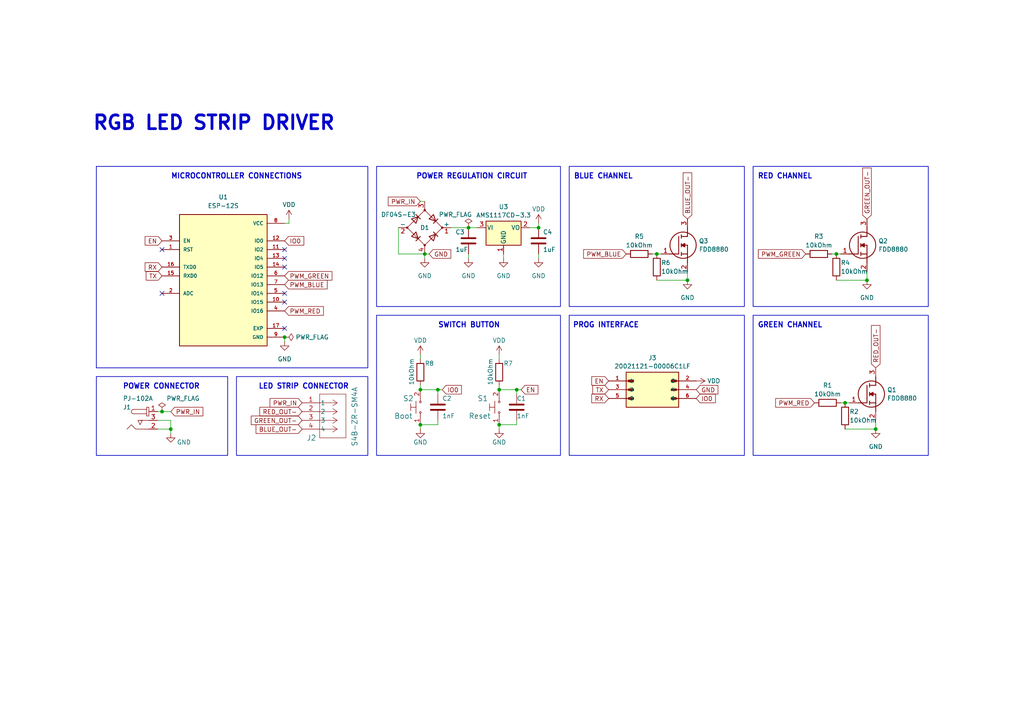
<source format=kicad_sch>
(kicad_sch (version 20230121) (generator eeschema)
  (paper "A4")
  (title_block (title "RGB LED STRIP DRIVER") (date "19/03/2024") (rev "v02") (company "Schematic") (comment 1 "Author: Juan Antonio Hidalgo Torres"))
  (lib_symbols
    (symbol "20021121-00006C1LF:20021121-00006C1LF" (pin_names (offset 1.016))
      (property "Reference" "J" (at -7.62 6.35 0))
      (property "Value" "20021121-00006C1LF" (at -7.62 -7.62 0))
      (symbol "20021121-00006C1LF_0_0"
        (rectangle (start -7.62 -5.08) (end 7.62 5.08) (stroke (width 0.254)) (fill (type background)))
        (rectangle (start -6.985 -2.8575) (end -5.3975 -2.2225) (stroke (width 0.1)) (fill (type outline)))
        (rectangle (start -6.985 -0.3175) (end -5.3975 0.3175) (stroke (width 0.1)) (fill (type outline)))
        (rectangle (start -6.985 2.2225) (end -5.3975 2.8575) (stroke (width 0.1)) (fill (type outline)))
        (polyline (pts (xy -7.62 -2.54) (xy -5.715 -2.54)) (stroke (width 0.254)))
        (polyline (pts (xy -7.62 0) (xy -5.715 0)) (stroke (width 0.254)))
        (polyline (pts (xy -7.62 2.54) (xy -5.715 2.54)) (stroke (width 0.254)))
        (polyline (pts (xy 7.62 -2.54) (xy 5.715 -2.54)) (stroke (width 0.254)))
        (polyline (pts (xy 7.62 0) (xy 5.715 0)) (stroke (width 0.254)))
        (polyline (pts (xy 7.62 2.54) (xy 5.715 2.54)) (stroke (width 0.254)))
        (rectangle (start 5.3975 -2.8575) (end 6.985 -2.2225) (stroke (width 0.1)) (fill (type outline)))
        (rectangle (start 5.3975 -0.3175) (end 6.985 0.3175) (stroke (width 0.1)) (fill (type outline)))
        (rectangle (start 5.3975 2.2225) (end 6.985 2.8575) (stroke (width 0.1)) (fill (type outline)))
        (pin passive line (at -12.7 2.54 0) (length 5.08) (name "1") (number "1"))
        (pin passive line (at 12.7 2.54 180) (length 5.08) (name "2") (number "2"))
        (pin passive line (at -12.7 0 0) (length 5.08) (name "3") (number "3"))
        (pin passive line (at 12.7 0 180) (length 5.08) (name "4") (number "4"))
        (pin passive line (at -12.7 -2.54 0) (length 5.08) (name "5") (number "5"))
        (pin passive line (at 12.7 -2.54 180) (length 5.08) (name "6") (number "6"))
      )
    )
    (symbol "Device:C" (pin_numbers hide) (pin_names (offset 0.254))
      (property "Reference" "C" (at 0.635 2.54 0))
      (property "Value" "C" (at 0.635 -2.54 0))
      (symbol "C_0_1"
        (polyline (pts (xy -2.032 -0.762) (xy 2.032 -0.762)) (stroke (width 0.508)))
        (polyline (pts (xy -2.032 0.762) (xy 2.032 0.762)) (stroke (width 0.508)))
      )
      (symbol "C_1_1"
        (pin passive line (at 0 3.81 270) (length 2.794) (name "~") (number "1"))
        (pin passive line (at 0 -3.81 90) (length 2.794) (name "~") (number "2"))
      )
    )
    (symbol "Device:D_Bridge_+-AA" (pin_names (offset 0))
      (property "Reference" "D" (at 2.54 6.985 0))
      (property "Value" "D_Bridge_+-AA" (at 2.54 5.08 0))
      (symbol "D_Bridge_+-AA_0_1"
        (circle (center -5.08 0) (radius 0.254) (fill (type outline)))
        (circle (center 0 -5.08) (radius 0.254) (fill (type outline)))
        (polyline (pts (xy -2.54 3.81) (xy -1.27 2.54)) (stroke (width 0.254)))
        (polyline (pts (xy -1.27 -2.54) (xy -2.54 -3.81)) (stroke (width 0.254)))
        (polyline (pts (xy 2.54 -1.27) (xy 3.81 -2.54)) (stroke (width 0.254)))
        (polyline (pts (xy 2.54 1.27) (xy 3.81 2.54)) (stroke (width 0.254)))
        (polyline (pts (xy -3.81 2.54) (xy -2.54 1.27) (xy -1.905 3.175) (xy -3.81 2.54)) (stroke (width 0.254)))
        (polyline (pts (xy -2.54 -1.27) (xy -3.81 -2.54) (xy -1.905 -3.175) (xy -2.54 -1.27)) (stroke (width 0.254)))
        (polyline (pts (xy 1.27 2.54) (xy 2.54 3.81) (xy 3.175 1.905) (xy 1.27 2.54)) (stroke (width 0.254)))
        (polyline (pts (xy 3.175 -1.905) (xy 1.27 -2.54) (xy 2.54 -3.81) (xy 3.175 -1.905)) (stroke (width 0.254)))
        (polyline (pts (xy -5.08 0) (xy 0 -5.08) (xy 5.08 0) (xy 0 5.08) (xy -5.08 0)))
        (circle (center 0 5.08) (radius 0.254) (fill (type outline)))
        (circle (center 5.08 0) (radius 0.254) (fill (type outline)))
      )
      (symbol "D_Bridge_+-AA_1_1"
        (pin passive line (at 7.62 0 180) (length 2.54) (name "+") (number "1"))
        (pin passive line (at -7.62 0 0) (length 2.54) (name "-") (number "2"))
        (pin passive line (at 0 7.62 270) (length 2.54) (name "~") (number "3"))
        (pin passive line (at 0 -7.62 90) (length 2.54) (name "~") (number "4"))
      )
    )
    (symbol "Device:R" (pin_numbers hide) (pin_names (offset 0))
      (property "Reference" "R" (at 2.032 0 90))
      (property "Value" "R" (at 0 0 90))
      (symbol "R_0_1"
        (rectangle (start -1.016 -2.54) (end 1.016 2.54) (stroke (width 0.254)))
      )
      (symbol "R_1_1"
        (pin passive line (at 0 3.81 270) (length 1.27) (name "~") (number "1"))
        (pin passive line (at 0 -3.81 90) (length 1.27) (name "~") (number "2"))
      )
    )
    (symbol "ESP-12S:ESP-12S" (pin_names (offset 1.016))
      (property "Reference" "U" (at -12.7 18.288 0))
      (property "Value" "ESP-12S" (at -12.7 -20.828 0))
      (symbol "ESP-12S_0_0"
        (rectangle (start -12.7 -20.32) (end 12.7 17.78) (stroke (width 0.254)) (fill (type background)))
        (pin input line (at -17.78 7.62 0) (length 5.08) (name "RST") (number "1"))
        (pin bidirectional line (at 17.78 -7.62 180) (length 5.08) (name "IO15") (number "10"))
        (pin bidirectional line (at 17.78 7.62 180) (length 5.08) (name "IO2") (number "11"))
        (pin bidirectional line (at 17.78 10.16 180) (length 5.08) (name "IO0") (number "12"))
        (pin bidirectional line (at 17.78 5.08 180) (length 5.08) (name "IO4") (number "13"))
        (pin bidirectional line (at 17.78 2.54 180) (length 5.08) (name "IO5") (number "14"))
        (pin bidirectional line (at -17.78 0 0) (length 5.08) (name "RXD0") (number "15"))
        (pin bidirectional line (at -17.78 2.54 0) (length 5.08) (name "TXD0") (number "16"))
        (pin power_in line (at 17.78 -15.24 180) (length 5.08) (name "EXP") (number "17"))
        (pin bidirectional line (at -17.78 -5.08 0) (length 5.08) (name "ADC") (number "2"))
        (pin input line (at -17.78 10.16 0) (length 5.08) (name "EN") (number "3"))
        (pin bidirectional line (at 17.78 -10.16 180) (length 5.08) (name "IO16") (number "4"))
        (pin bidirectional line (at 17.78 -5.08 180) (length 5.08) (name "IO14") (number "5"))
        (pin bidirectional line (at 17.78 0 180) (length 5.08) (name "IO12") (number "6"))
        (pin bidirectional line (at 17.78 -2.54 180) (length 5.08) (name "IO13") (number "7"))
        (pin power_in line (at 17.78 15.24 180) (length 5.08) (name "VCC") (number "8"))
        (pin power_in line (at 17.78 -17.78 180) (length 5.08) (name "GND") (number "9"))
      )
    )
    (symbol "FDD8880:FDD8880" (pin_names hide)
      (property "Reference" "Q" (at 11.43 3.81 0))
      (property "Value" "FDD8880" (at 11.43 1.27 0))
      (symbol "FDD8880_1_1"
        (polyline (pts (xy 2.54 0) (xy 5.08 0)) (stroke (width 0.254)))
        (polyline (pts (xy 5.08 5.08) (xy 5.08 0)) (stroke (width 0.254)))
        (polyline (pts (xy 5.842 -0.508) (xy 5.842 0.508)) (stroke (width 0.254)))
        (polyline (pts (xy 5.842 0) (xy 7.62 0)) (stroke (width 0.254)))
        (polyline (pts (xy 5.842 2.032) (xy 5.842 3.048)) (stroke (width 0.254)))
        (polyline (pts (xy 5.842 5.588) (xy 5.842 4.572)) (stroke (width 0.254)))
        (polyline (pts (xy 7.62 2.54) (xy 5.842 2.54)) (stroke (width 0.254)))
        (polyline (pts (xy 7.62 2.54) (xy 7.62 -2.54)) (stroke (width 0.254)))
        (polyline (pts (xy 7.62 5.08) (xy 5.842 5.08)) (stroke (width 0.254)))
        (polyline (pts (xy 7.62 5.08) (xy 7.62 7.62)) (stroke (width 0.254)))
        (polyline (pts (xy 5.842 2.54) (xy 6.858 3.048) (xy 6.858 2.032) (xy 5.842 2.54)) (stroke (width 0.254)) (fill (type outline)))
        (circle (center 6.35 2.54) (radius 3.81) (stroke (width 0.254)))
        (pin passive line (at 0 0 0) (length 2.54) (name "G") (number "1"))
        (pin passive line (at 7.62 -5.08 90) (length 2.54) (name "S") (number "2"))
        (pin passive line (at 7.62 10.16 270) (length 2.54) (name "D") (number "3"))
      )
    )
    (symbol "Regulator_Linear:AMS1117CD-3.3" (pin_names (offset 0.254))
      (property "Reference" "U" (at -3.81 3.175 0))
      (property "Value" "AMS1117CD-3.3" (at 0 3.175 0))
      (symbol "AMS1117CD-3.3_0_1"
        (rectangle (start -5.08 -5.08) (end 5.08 1.905) (stroke (width 0.254)) (fill (type background)))
      )
      (symbol "AMS1117CD-3.3_1_1"
        (pin power_in line (at 0 -7.62 90) (length 2.54) (name "GND") (number "1"))
        (pin power_out line (at 7.62 0 180) (length 2.54) (name "VO") (number "2"))
        (pin power_in line (at -7.62 0 0) (length 2.54) (name "VI") (number "3"))
      )
    )
    (symbol "S4B-ZR-SM4A-TF-LF:S4B-ZR-SM4A-TFLFSN" (pin_names (offset 0.254))
      (property "Reference" "J" (at 8.89 6.35 0))
      (property "Value" "S4B-ZR-SM4A-TFLFSN" (at 0 0 0))
      (symbol "S4B-ZR-SM4A-TFLFSN_1_1"
        (polyline (pts (xy 5.08 -10.16) (xy 12.7 -10.16)) (stroke (width 0.127)))
        (polyline (pts (xy 5.08 2.54) (xy 5.08 -10.16)) (stroke (width 0.127)))
        (polyline (pts (xy 10.16 -7.62) (xy 5.08 -7.62)) (stroke (width 0.127)))
        (polyline (pts (xy 10.16 -7.62) (xy 8.89 -8.4667)) (stroke (width 0.127)))
        (polyline (pts (xy 10.16 -7.62) (xy 8.89 -6.7733)) (stroke (width 0.127)))
        (polyline (pts (xy 10.16 -5.08) (xy 5.08 -5.08)) (stroke (width 0.127)))
        (polyline (pts (xy 10.16 -5.08) (xy 8.89 -5.9267)) (stroke (width 0.127)))
        (polyline (pts (xy 10.16 -5.08) (xy 8.89 -4.2333)) (stroke (width 0.127)))
        (polyline (pts (xy 10.16 -2.54) (xy 5.08 -2.54)) (stroke (width 0.127)))
        (polyline (pts (xy 10.16 -2.54) (xy 8.89 -3.3867)) (stroke (width 0.127)))
        (polyline (pts (xy 10.16 -2.54) (xy 8.89 -1.6933)) (stroke (width 0.127)))
        (polyline (pts (xy 10.16 0) (xy 5.08 0)) (stroke (width 0.127)))
        (polyline (pts (xy 10.16 0) (xy 8.89 -0.8467)) (stroke (width 0.127)))
        (polyline (pts (xy 10.16 0) (xy 8.89 0.8467)) (stroke (width 0.127)))
        (polyline (pts (xy 12.7 -10.16) (xy 12.7 2.54)) (stroke (width 0.127)))
        (polyline (pts (xy 12.7 2.54) (xy 5.08 2.54)) (stroke (width 0.127)))
        (pin unspecified line (at 0 0 0) (length 5.08) (name "1") (number "1"))
        (pin unspecified line (at 0 -2.54 0) (length 5.08) (name "2") (number "2"))
        (pin unspecified line (at 0 -5.08 0) (length 5.08) (name "3") (number "3"))
        (pin unspecified line (at 0 -7.62 0) (length 5.08) (name "4") (number "4"))
      )
      (symbol "S4B-ZR-SM4A-TFLFSN_1_2"
        (polyline (pts (xy 5.08 -10.16) (xy 12.7 -10.16)) (stroke (width 0.127)))
        (polyline (pts (xy 5.08 2.54) (xy 5.08 -10.16)) (stroke (width 0.127)))
        (polyline (pts (xy 7.62 -7.62) (xy 5.08 -7.62)) (stroke (width 0.127)))
        (polyline (pts (xy 7.62 -7.62) (xy 8.89 -8.4667)) (stroke (width 0.127)))
        (polyline (pts (xy 7.62 -7.62) (xy 8.89 -6.7733)) (stroke (width 0.127)))
        (polyline (pts (xy 7.62 -5.08) (xy 5.08 -5.08)) (stroke (width 0.127)))
        (polyline (pts (xy 7.62 -5.08) (xy 8.89 -5.9267)) (stroke (width 0.127)))
        (polyline (pts (xy 7.62 -5.08) (xy 8.89 -4.2333)) (stroke (width 0.127)))
        (polyline (pts (xy 7.62 -2.54) (xy 5.08 -2.54)) (stroke (width 0.127)))
        (polyline (pts (xy 7.62 -2.54) (xy 8.89 -3.3867)) (stroke (width 0.127)))
        (polyline (pts (xy 7.62 -2.54) (xy 8.89 -1.6933)) (stroke (width 0.127)))
        (polyline (pts (xy 7.62 0) (xy 5.08 0)) (stroke (width 0.127)))
        (polyline (pts (xy 7.62 0) (xy 8.89 -0.8467)) (stroke (width 0.127)))
        (polyline (pts (xy 7.62 0) (xy 8.89 0.8467)) (stroke (width 0.127)))
        (polyline (pts (xy 12.7 -10.16) (xy 12.7 2.54)) (stroke (width 0.127)))
        (polyline (pts (xy 12.7 2.54) (xy 5.08 2.54)) (stroke (width 0.127)))
        (pin unspecified line (at 0 0 0) (length 5.08) (name "1") (number "1"))
        (pin unspecified line (at 0 -2.54 0) (length 5.08) (name "2") (number "2"))
        (pin unspecified line (at 0 -5.08 0) (length 5.08) (name "3") (number "3"))
        (pin unspecified line (at 0 -7.62 0) (length 5.08) (name "4") (number "4"))
      )
    )
    (symbol "dk_Barrel-Power-Connectors:PJ-102A" (pin_names (offset 1.016))
      (property "Reference" "J" (at 0 2.54 0))
      (property "Value" "PJ-102A" (at 0 -6.35 0))
      (symbol "PJ-102A_0_1"
        (arc (start -4.445 0.635) (mid -5.0773 0) (end -4.445 -0.635))
        (rectangle (start -0.635 1.27) (end 0 -1.27))
        (polyline (pts (xy -0.635 -0.635) (xy -4.445 -0.635)))
        (polyline (pts (xy -0.635 0.635) (xy -4.445 0.635)))
        (polyline (pts (xy 0 -2.54) (xy -1.27 -2.54) (xy -2.54 -2.54)))
        (polyline (pts (xy 0 -5.08) (xy -3.81 -5.08) (xy -5.08 -3.81) (xy -6.35 -5.08)))
        (polyline (pts (xy -2.54 -2.54) (xy -3.175 -2.54) (xy -2.54 -3.81) (xy -1.905 -2.54) (xy -2.54 -2.54)))
      )
      (symbol "PJ-102A_1_1"
        (pin passive line (at 2.54 0 180) (length 2.54) (name "~") (number "1"))
        (pin passive line (at 2.54 -5.08 180) (length 2.54) (name "~") (number "2"))
        (pin passive line (at 2.54 -2.54 180) (length 2.54) (name "~") (number "3"))
      )
    )
    (symbol "dk_Tactile-Switches:B3U-1000P" (pin_names (offset 1.016))
      (property "Reference" "S" (at 0 4.064 0))
      (property "Value" "B3U-1000P" (at 0 -2.54 0))
      (symbol "B3U-1000P_0_1"
        (circle (center -1.524 0) (radius 0.254))
        (polyline (pts (xy -2.54 0) (xy -1.778 0)))
        (polyline (pts (xy -1.778 1.27) (xy 1.778 1.27)))
        (polyline (pts (xy -1.016 2.794) (xy 1.016 2.794)))
        (polyline (pts (xy 0 1.27) (xy 0 2.794)))
        (polyline (pts (xy 2.54 0) (xy 1.778 0)))
        (circle (center 1.524 0) (radius 0.254))
      )
      (symbol "B3U-1000P_1_1"
        (pin passive line (at -5.08 0 0) (length 2.54) (name "~") (number "1"))
        (pin passive line (at 5.08 0 180) (length 2.54) (name "~") (number "2"))
      )
    )
    (symbol "power:GND" (power) (pin_names (offset 0))
      (property "Value" "GND" (at 0 -3.81 0))
      (symbol "GND_0_1"
        (polyline (pts (xy 0 0) (xy 0 -1.27) (xy 1.27 -1.27) (xy 0 -2.54) (xy -1.27 -1.27) (xy 0 -1.27)))
      )
      (symbol "GND_1_1"
        (pin power_in line (at 0 0 270) (length 0) hide (name "GND") (number "1"))
      )
    )
    (symbol "power:PWR_FLAG" (power) (pin_numbers hide) (pin_names (offset 0) hide)
      (property "Value" "PWR_FLAG" (at 0 3.81 0))
      (symbol "PWR_FLAG_0_0"
        (pin power_out line (at 0 0 90) (length 0) (name "pwr") (number "1"))
      )
      (symbol "PWR_FLAG_0_1"
        (polyline (pts (xy 0 0) (xy 0 1.27) (xy -1.016 1.905) (xy 0 2.54) (xy 1.016 1.905) (xy 0 1.27)))
      )
    )
    (symbol "power:VDD" (power) (pin_names (offset 0))
      (property "Value" "VDD" (at 0 3.81 0))
      (symbol "VDD_0_1"
        (polyline (pts (xy -0.762 1.27) (xy 0 2.54)))
        (polyline (pts (xy 0 0) (xy 0 2.54)))
        (polyline (pts (xy 0 2.54) (xy 0.762 1.27)))
      )
      (symbol "VDD_1_1"
        (pin power_in line (at 0 0 90) (length 0) hide (name "VDD") (number "1"))
      )
    )
  )
  (junction (at 199.39 81.28))
  (junction (at 242.57 73.66))
  (junction (at 82.55 97.79))
  (junction (at 135.89 66.04))
  (junction (at 127 113.03))
  (junction (at 190.5 73.66))
  (junction (at 144.78 113.03))
  (junction (at 245.11 116.84))
  (junction (at 123.19 73.66))
  (junction (at 46.99 119.38))
  (junction (at 121.92 123.19))
  (junction (at 254 124.46))
  (junction (at 149.86 113.03))
  (junction (at 251.46 81.28))
  (junction (at 156.21 66.04))
  (junction (at 144.78 123.19))
  (junction (at 121.92 113.03))
  (junction (at 49.53 124.46))
  (no_connect (at 82.55 85.09))
  (no_connect (at 82.55 87.63))
  (no_connect (at 82.55 74.93))
  (no_connect (at 82.55 77.47))
  (no_connect (at 82.55 72.39))
  (no_connect (at 46.99 72.39))
  (no_connect (at 82.55 95.25))
  (no_connect (at 46.99 85.09))
  (wire (pts (xy 46.99 119.38) (xy 49.53 119.38)))
  (wire (pts (xy 115.57 73.66) (xy 123.19 73.66)))
  (wire (pts (xy 243.84 116.84) (xy 245.11 116.84)))
  (wire (pts (xy 115.57 66.04) (xy 115.57 73.66)))
  (wire (pts (xy 123.19 73.66) (xy 123.19 74.93)))
  (wire (pts (xy 190.5 73.66) (xy 191.77 73.66)))
  (wire (pts (xy 254 124.46) (xy 254 121.92)))
  (wire (pts (xy 153.67 66.04) (xy 156.21 66.04)))
  (wire (pts (xy 49.53 121.92) (xy 49.53 124.46)))
  (wire (pts (xy 149.86 121.92) (xy 149.86 123.19)))
  (wire (pts (xy 245.11 116.84) (xy 246.38 116.84)))
  (wire (pts (xy 128.27 113.03) (xy 127 113.03)))
  (wire (pts (xy 45.72 121.92) (xy 49.53 121.92)))
  (wire (pts (xy 82.55 97.79) (xy 82.55 99.06)))
  (wire (pts (xy 123.19 73.66) (xy 124.46 73.66)))
  (wire (pts (xy 190.5 81.28) (xy 199.39 81.28)))
  (wire (pts (xy 121.92 111.76) (xy 121.92 113.03)))
  (wire (pts (xy 242.57 73.66) (xy 243.84 73.66)))
  (wire (pts (xy 127 113.03) (xy 127 114.3)))
  (wire (pts (xy 83.82 63.5) (xy 83.82 64.77)))
  (wire (pts (xy 127 123.19) (xy 121.92 123.19)))
  (wire (pts (xy 241.3 73.66) (xy 242.57 73.66)))
  (wire (pts (xy 144.78 111.76) (xy 144.78 113.03)))
  (wire (pts (xy 130.81 66.04) (xy 135.89 66.04)))
  (wire (pts (xy 149.86 113.03) (xy 151.13 113.03)))
  (wire (pts (xy 251.46 81.28) (xy 251.46 78.74)))
  (wire (pts (xy 242.57 81.28) (xy 251.46 81.28)))
  (wire (pts (xy 144.78 102.87) (xy 144.78 104.14)))
  (wire (pts (xy 156.21 64.77) (xy 156.21 66.04)))
  (wire (pts (xy 82.55 64.77) (xy 83.82 64.77)))
  (wire (pts (xy 121.92 113.03) (xy 127 113.03)))
  (wire (pts (xy 121.92 102.87) (xy 121.92 104.14)))
  (wire (pts (xy 45.72 124.46) (xy 49.53 124.46)))
  (wire (pts (xy 199.39 81.28) (xy 199.39 78.74)))
  (wire (pts (xy 149.86 113.03) (xy 149.86 114.3)))
  (wire (pts (xy 156.21 73.66) (xy 156.21 74.93)))
  (wire (pts (xy 127 121.92) (xy 127 123.19)))
  (wire (pts (xy 149.86 123.19) (xy 144.78 123.19)))
  (wire (pts (xy 49.53 124.46) (xy 49.53 125.73)))
  (wire (pts (xy 121.92 58.42) (xy 123.19 58.42)))
  (wire (pts (xy 189.23 73.66) (xy 190.5 73.66)))
  (wire (pts (xy 245.11 124.46) (xy 254 124.46)))
  (wire (pts (xy 135.89 73.66) (xy 135.89 74.93)))
  (wire (pts (xy 144.78 124.46) (xy 144.78 123.19)))
  (wire (pts (xy 144.78 113.03) (xy 149.86 113.03)))
  (wire (pts (xy 146.05 73.66) (xy 146.05 74.93)))
  (wire (pts (xy 121.92 124.46) (xy 121.92 123.19)))
  (wire (pts (xy 45.72 119.38) (xy 46.99 119.38)))
  (wire (pts (xy 135.89 66.04) (xy 138.43 66.04)))
  (rectangle (start 68.58 109.22) (end 106.68 132.08) (stroke (width 0.2)))
  (rectangle (start 109.22 48.26) (end 162.56 88.9) (stroke (width 0.2)))
  (rectangle (start 27.94 48.26) (end 106.68 106.68) (stroke (width 0.2)))
  (rectangle (start 218.44 91.44) (end 269.24 132.08) (stroke (width 0.2)))
  (rectangle (start 109.22 91.44) (end 162.56 132.08) (stroke (width 0.2)))
  (rectangle (start 165.1 91.44) (end 215.9 132.08) (stroke (width 0.2)))
  (rectangle (start 165.1 48.26) (end 215.9 88.9) (stroke (width 0.2)))
  (rectangle (start 27.94 109.22) (end 66.04 132.08) (stroke (width 0.2)))
  (rectangle (start 218.44 48.26) (end 269.24 88.9) (stroke (width 0.2)))
  (text "LED STRIP CONNECTOR" (at 74.93 113.03 0) (effects (font (size 1.5 1.5) (thickness 0.3) bold) (justify left bottom)))
  (text "GREEN CHANNEL" (at 219.71 95.25 0) (effects (font (size 1.5 1.5) (thickness 0.3) bold) (justify left bottom)))
  (text "RGB LED STRIP DRIVER" (at 26.67 38.1 0) (effects (font (size 4 4) (thickness 0.8) bold) (justify left bottom)))
  (text "RED CHANNEL" (at 219.71 52.07 0) (effects (font (size 1.5 1.5) (thickness 0.3) bold) (justify left bottom)))
  (text "PROG INTERFACE" (at 185.42 95.25 0) (effects (font (size 1.5 1.5) (thickness 0.3) bold) (justify right bottom)))
  (text "MICROCONTROLLER CONNECTIONS" (at 49.53 52.07 0) (effects (font (size 1.5 1.5) bold) (justify left bottom)))
  (text "SWITCH BUTTON" (at 127 95.25 0) (effects (font (size 1.5 1.5) (thickness 0.3) bold) (justify left bottom)))
  (text "POWER CONNECTOR" (at 35.56 113.03 0) (effects (font (size 1.5 1.5) (thickness 0.3) bold) (justify left bottom)))
  (text "BLUE CHANNEL" (at 166.37 52.07 0) (effects (font (size 1.5 1.5) (thickness 0.3) bold) (justify left bottom)))
  (text "POWER REGULATION CIRCUIT" (at 120.65 52.07 0) (effects (font (size 1.5 1.5) (thickness 0.3) bold) (justify left bottom)))
  (global_label "BLUE_OUT-" (shape input) (at 199.39 63.5 90) (property "Intersheetrefs" "${INTERSHEET_REFS}" (effects hide)))
  (global_label "PWR_IN" (shape input) (at 121.92 58.42 180) (property "Intersheetrefs" "${INTERSHEET_REFS}" (effects hide)))
  (global_label "BLUE_OUT-" (shape input) (at 87.63 124.46 180) (property "Intersheetrefs" "${INTERSHEET_REFS}" (effects hide)))
  (global_label "GND" (shape input) (at 201.93 113.03 0) (property "Intersheetrefs" "${INTERSHEET_REFS}" (effects hide)))
  (global_label "PWM_GREEN" (shape input) (at 233.68 73.66 180) (property "Intersheetrefs" "${INTERSHEET_REFS}" (effects hide)))
  (global_label "PWM_RED" (shape input) (at 82.55 90.17 0) (property "Intersheetrefs" "${INTERSHEET_REFS}" (effects hide)))
  (global_label "PWR_IN" (shape input) (at 49.53 119.38 0) (property "Intersheetrefs" "${INTERSHEET_REFS}" (effects hide)))
  (global_label "PWM_BLUE" (shape input) (at 181.61 73.66 180) (property "Intersheetrefs" "${INTERSHEET_REFS}" (effects hide)))
  (global_label "GND" (shape input) (at 124.46 73.66 0) (property "Intersheetrefs" "${INTERSHEET_REFS}" (effects hide)))
  (global_label "EN" (shape input) (at 46.99 69.85 180) (property "Intersheetrefs" "${INTERSHEET_REFS}" (effects hide)))
  (global_label "PWM_RED" (shape input) (at 236.22 116.84 180) (property "Intersheetrefs" "${INTERSHEET_REFS}" (effects hide)))
  (global_label "IO0" (shape input) (at 201.93 115.57 0) (property "Intersheetrefs" "${INTERSHEET_REFS}" (effects hide)))
  (global_label "GREEN_OUT-" (shape input) (at 251.46 63.5 90) (property "Intersheetrefs" "${INTERSHEET_REFS}" (effects hide)))
  (global_label "TX" (shape input) (at 176.53 113.03 180) (property "Intersheetrefs" "${INTERSHEET_REFS}" (effects hide)))
  (global_label "IO0" (shape input) (at 82.55 69.85 0) (property "Intersheetrefs" "${INTERSHEET_REFS}" (effects hide)))
  (global_label "PWM_GREEN" (shape input) (at 82.55 80.01 0) (property "Intersheetrefs" "${INTERSHEET_REFS}" (effects hide)))
  (global_label "RX" (shape input) (at 46.99 77.47 180) (property "Intersheetrefs" "${INTERSHEET_REFS}" (effects hide)))
  (global_label "EN" (shape input) (at 151.13 113.03 0) (property "Intersheetrefs" "${INTERSHEET_REFS}" (effects hide)))
  (global_label "GREEN_OUT-" (shape input) (at 87.63 121.92 180) (property "Intersheetrefs" "${INTERSHEET_REFS}" (effects hide)))
  (global_label "RED_OUT-" (shape input) (at 254 106.68 90) (property "Intersheetrefs" "${INTERSHEET_REFS}" (effects hide)))
  (global_label "RX" (shape input) (at 176.53 115.57 180) (property "Intersheetrefs" "${INTERSHEET_REFS}" (effects hide)))
  (global_label "PWR_IN" (shape input) (at 87.63 116.84 180) (property "Intersheetrefs" "${INTERSHEET_REFS}" (effects hide)))
  (global_label "EN" (shape input) (at 176.53 110.49 180) (property "Intersheetrefs" "${INTERSHEET_REFS}" (effects hide)))
  (global_label "PWM_BLUE" (shape input) (at 82.55 82.55 0) (property "Intersheetrefs" "${INTERSHEET_REFS}" (effects hide)))
  (global_label "RED_OUT-" (shape input) (at 87.63 119.38 180) (property "Intersheetrefs" "${INTERSHEET_REFS}" (effects hide)))
  (global_label "IO0" (shape input) (at 128.27 113.03 0) (property "Intersheetrefs" "${INTERSHEET_REFS}" (effects hide)))
  (global_label "TX" (shape input) (at 46.99 80.01 180) (property "Intersheetrefs" "${INTERSHEET_REFS}" (effects hide)))
  (symbol (lib_id "Device:C") (at 135.89 69.85 0) (unit 1)
    (property "Reference" "C3" (at 132.08 67.31 0) (effects (justify left)))
    (property "Value" "1uF" (at 132.08 72.39 0) (effects (justify left)))
    (property "Footprint" "Capacitor_SMD:C_0603_1608Metric" (effects hide))
  )
  (symbol (lib_id "power:GND") (at 156.21 74.93 0) (unit 1)
    (property "Reference" "#PWR011" (effects hide))
    (property "Value" "GND" (at 156.21 80.01 0))
  )
  (symbol (lib_id "Device:C") (at 156.21 69.85 0) (unit 1)
    (property "Reference" "C4" (at 157.48 67.31 0) (effects (justify left)))
    (property "Value" "1uF" (at 157.48 72.39 0) (effects (justify left)))
    (property "Footprint" "Capacitor_SMD:C_0603_1608Metric" (effects hide))
  )
  (symbol (lib_id "Device:C") (at 149.86 118.11 0) (unit 1)
    (property "Reference" "C1" (at 149.86 115.57 0) (effects (justify left)))
    (property "Value" "1nF" (at 149.86 120.65 0) (effects (justify left)))
    (property "Footprint" "Capacitor_SMD:C_0603_1608Metric" (effects hide))
  )
  (symbol (lib_id "power:GND") (at 49.53 125.73 0) (unit 1)
    (property "Reference" "#PWR07" (effects hide))
    (property "Value" "GND" (at 53.34 128.27 0))
  )
  (symbol (lib_id "power:GND") (at 135.89 74.93 0) (unit 1)
    (property "Reference" "#PWR08" (effects hide))
    (property "Value" "GND" (at 135.89 80.01 0))
  )
  (symbol (lib_id "power:VDD") (at 201.93 110.49 270) (unit 1)
    (property "Reference" "#PWR012" (effects hide))
    (property "Value" "VDD" (at 205.105 110.49 90) (effects (justify left)))
  )
  (symbol (lib_id "power:GND") (at 199.39 81.28 0) (unit 1)
    (property "Reference" "#PWR013" (effects hide))
    (property "Value" "GND" (at 199.39 86.36 0))
  )
  (symbol (lib_id "dk_Tactile-Switches:B3U-1000P") (at 121.92 118.11 90) (unit 1)
    (property "Reference" "S2" (at 116.84 115.57 90) (effects (font (size 1.524 1.524)) (justify right)))
    (property "Value" "Boot" (at 114.3 120.65 90) (effects (font (size 1.524 1.524)) (justify right)))
    (property "Footprint" "Button_Switch_SMD:SW_SPST_B3U-1000P" (effects hide))
    (property "Datasheet" "https://omronfs.omron.com/en_US/ecb/products/pdf/en-b3u.pdf" (effects hide))
    (property "Digi-Key_PN" "SW1020CT-ND" (effects hide))
    (property "MPN" "B3U-1000P" (effects hide))
    (property "Category" "Switches" (effects hide))
    (property "Family" "Tactile Switches" (effects hide))
    (property "DK_Datasheet_Link" "https://omronfs.omron.com/en_US/ecb/products/pdf/en-b3u.pdf" (effects hide))
    (property "DK_Detail_Page" "/product-detail/en/omron-electronics-inc-emc-div/B3U-1000P/SW1020CT-ND/1534357" (effects hide))
    (property "Description" "SWITCH TACTILE SPST-NO 0.05A 12V" (effects hide))
    (property "Manufacturer" "Omron Electronics Inc-EMC Div" (effects hide))
    (property "Status" "Active" (effects hide))
  )
  (symbol (lib_id "power:VDD") (at 83.82 63.5 0) (unit 1)
    (property "Reference" "#PWR05" (effects hide))
    (property "Value" "VDD" (at 83.82 59.3669 0))
  )
  (symbol (lib_id "Device:R") (at 237.49 73.66 90) (unit 1)
    (property "Reference" "R3" (at 237.49 68.58 90))
    (property "Value" "10kOhm" (at 237.49 71.12 90))
    (property "Footprint" "Resistor_SMD:R_0603_1608Metric" (effects hide))
  )
  (symbol (lib_id "power:PWR_FLAG") (at 46.99 119.38 0) (unit 1)
    (property "Reference" "#FLG02" (effects hide))
    (property "Value" "PWR_FLAG" (at 48.26 115.57 0) (effects (justify left)))
  )
  (symbol (lib_id "FDD8880:FDD8880") (at 191.77 73.66 0) (unit 1)
    (property "Reference" "Q3" (at 202.692 69.9079 0) (effects (justify left)))
    (property "Value" "FDD8880" (at 202.692 72.3321 0) (effects (justify left)))
    (property "Footprint" "01_Footprints:FDD8880" (effects hide))
    (property "Datasheet" "https://www.arrow.com/en/products/fdd8880/on-semiconductor" (effects hide))
    (property "Mouser Part Number" "512-FDD8880" (effects hide))
    (property "Mouser Price/Stock" "https://www.mouser.co.uk/ProductDetail/onsemi-Fairchild/FDD8880?qs=ZmFDjOad9iYpxpnLzl1zRw%3D%3D" (effects hide))
    (property "Manufacturer_Name" "onsemi" (effects hide))
    (property "Manufacturer_Part_Number" "FDD8880" (effects hide))
  )
  (symbol (lib_id "power:GND") (at 144.78 124.46 0) (unit 1)
    (property "Reference" "#PWR02" (effects hide))
    (property "Value" "GND" (at 144.78 128.27 0))
  )
  (symbol (lib_id "dk_Tactile-Switches:B3U-1000P") (at 144.78 118.11 90) (unit 1)
    (property "Reference" "S1" (at 138.43 115.57 90) (effects (font (size 1.524 1.524)) (justify right)))
    (property "Value" "Reset" (at 135.89 120.65 90) (effects (font (size 1.524 1.524)) (justify right)))
    (property "Footprint" "Button_Switch_SMD:SW_SPST_B3U-1000P" (effects hide))
    (property "Datasheet" "https://omronfs.omron.com/en_US/ecb/products/pdf/en-b3u.pdf" (effects hide))
    (property "Digi-Key_PN" "SW1020CT-ND" (effects hide))
    (property "MPN" "B3U-1000P" (effects hide))
    (property "Category" "Switches" (effects hide))
    (property "Family" "Tactile Switches" (effects hide))
    (property "DK_Datasheet_Link" "https://omronfs.omron.com/en_US/ecb/products/pdf/en-b3u.pdf" (effects hide))
    (property "DK_Detail_Page" "/product-detail/en/omron-electronics-inc-emc-div/B3U-1000P/SW1020CT-ND/1534357" (effects hide))
    (property "Description" "SWITCH TACTILE SPST-NO 0.05A 12V" (effects hide))
    (property "Manufacturer" "Omron Electronics Inc-EMC Div" (effects hide))
    (property "Status" "Active" (effects hide))
  )
  (symbol (lib_id "Device:R") (at 144.78 107.95 0) (unit 1)
    (property "Reference" "R7" (at 146.05 105.41 0) (effects (justify left)))
    (property "Value" "10kOhm" (at 142.24 111.76 90) (effects (justify left)))
    (property "Footprint" "Resistor_SMD:R_0603_1608Metric" (effects hide))
  )
  (symbol (lib_id "FDD8880:FDD8880") (at 243.84 73.66 0) (unit 1)
    (property "Reference" "Q2" (at 254.762 69.9079 0) (effects (justify left)))
    (property "Value" "FDD8880" (at 254.762 72.3321 0) (effects (justify left)))
    (property "Footprint" "01_Footprints:FDD8880" (effects hide))
    (property "Datasheet" "https://www.arrow.com/en/products/fdd8880/on-semiconductor" (effects hide))
    (property "Mouser Part Number" "512-FDD8880" (effects hide))
    (property "Mouser Price/Stock" "https://www.mouser.co.uk/ProductDetail/onsemi-Fairchild/FDD8880?qs=ZmFDjOad9iYpxpnLzl1zRw%3D%3D" (effects hide))
    (property "Manufacturer_Name" "onsemi" (effects hide))
    (property "Manufacturer_Part_Number" "FDD8880" (effects hide))
  )
  (symbol (lib_id "S4B-ZR-SM4A-TF-LF:S4B-ZR-SM4A-TFLFSN") (at 87.63 116.84 0) (unit 1)
    (property "Reference" "J2" (at 88.9 127 0) (effects (font (size 1.524 1.524)) (justify left)))
    (property "Value" "S4B-ZR-SM4A" (at 102.87 129.54 90) (effects (font (size 1.524 1.524)) (justify left)))
    (property "Footprint" "01_Footprints:S4B-ZR-SM4A-TF-LF" (effects hide))
    (property "Datasheet" "S4B-ZR-SM4A-TFLFSN" (effects hide))
  )
  (symbol (lib_id "dk_Barrel-Power-Connectors:PJ-102A") (at 43.18 119.38 0) (unit 1)
    (property "Reference" "J1" (at 36.83 118.11 0))
    (property "Value" "PJ-102A" (at 40.005 115.57 0))
    (property "Footprint" "01_Footprints:PJ-102AH" (effects hide))
    (property "Datasheet" "https://www.cui.com/product/resource/digikeypdf/pj-102a.pdf" (effects hide))
    (property "Digi-Key_PN" "CP-102A-ND" (effects hide))
    (property "MPN" "PJ-102A" (effects hide))
    (property "Category" "Connectors, Interconnects" (effects hide))
    (property "Family" "Barrel - Power Connectors" (effects hide))
    (property "DK_Datasheet_Link" "https://www.cui.com/product/resource/digikeypdf/pj-102a.pdf" (effects hide))
    (property "DK_Detail_Page" "/product-detail/en/cui-inc/PJ-102A/CP-102A-ND/275425" (effects hide))
    (property "Description" "CONN PWR JACK 2X5.5MM SOLDER" (effects hide))
    (property "Manufacturer" "CUI Inc." (effects hide))
    (property "Status" "Active" (effects hide))
  )
  (symbol (lib_id "FDD8880:FDD8880") (at 246.38 116.84 0) (unit 1)
    (property "Reference" "Q1" (at 257.302 113.0879 0) (effects (justify left)))
    (property "Value" "FDD8880" (at 257.302 115.5121 0) (effects (justify left)))
    (property "Footprint" "01_Footprints:FDD8880" (effects hide))
    (property "Datasheet" "https://www.arrow.com/en/products/fdd8880/on-semiconductor" (effects hide))
    (property "Mouser Part Number" "512-FDD8880" (effects hide))
    (property "Mouser Price/Stock" "https://www.mouser.co.uk/ProductDetail/onsemi-Fairchild/FDD8880?qs=ZmFDjOad9iYpxpnLzl1zRw%3D%3D" (effects hide))
    (property "Manufacturer_Name" "onsemi" (effects hide))
    (property "Manufacturer_Part_Number" "FDD8880" (effects hide))
  )
  (symbol (lib_id "Device:R") (at 121.92 107.95 0) (unit 1)
    (property "Reference" "R8" (at 123.19 105.41 0) (effects (justify left)))
    (property "Value" "10kOhm" (at 119.38 111.76 90) (effects (justify left)))
    (property "Footprint" "Resistor_SMD:R_0603_1608Metric" (effects hide))
  )
  (symbol (lib_id "power:PWR_FLAG") (at 82.55 97.79 270) (unit 1)
    (property "Reference" "#FLG01" (effects hide))
    (property "Value" "PWR_FLAG" (at 85.725 97.79 90) (effects (justify left)))
  )
  (symbol (lib_id "Regulator_Linear:AMS1117CD-3.3") (at 146.05 66.04 0) (unit 1)
    (property "Reference" "U3" (at 146.05 59.9907 0))
    (property "Value" "AMS1117CD-3.3" (at 146.05 62.4149 0))
    (property "Footprint" "Package_TO_SOT_SMD:TO-252-2" (effects hide))
    (property "Datasheet" "http://www.advanced-monolithic.com/pdf/ds1117.pdf" (effects hide))
  )
  (symbol (lib_id "power:VDD") (at 121.92 102.87 0) (unit 1)
    (property "Reference" "#PWR014" (effects hide))
    (property "Value" "VDD" (at 121.92 98.7369 0))
  )
  (symbol (lib_id "ESP-12S:ESP-12S") (at 64.77 80.01 0) (unit 1)
    (property "Reference" "U1" (at 64.77 57.15 0))
    (property "Value" "ESP-12S" (at 64.77 59.69 0))
    (property "Footprint" "01_Footprints:ESP-12S" (effects hide))
    (property "MF" "RF Solutions" (effects hide))
    (property "MAXIMUM_PACKAGE_HEIGHT" "3 mm" (effects hide))
    (property "Package" "None" (effects hide))
    (property "Price" "None" (effects hide))
    (property "Check_prices" "https://www.snapeda.com/parts/ESP-12S/RF+Solutions/view-part/?ref=eda" (effects hide))
    (property "STANDARD" "Manufacturer Recommendations" (effects hide))
    (property "PARTREV" "V1.1" (effects hide))
    (property "SnapEDA_Link" "https://www.snapeda.com/parts/ESP-12S/RF+Solutions/view-part/?ref=snap" (effects hide))
    (property "MP" "ESP-12S" (effects hide))
    (property "Purchase-URL" "https://www.snapeda.com/api/url_track_click_mouser/?unipart_id=3210766&manufacturer=RF Solutions&part_name=ESP-12S&search_term=None" (effects hide))
    (property "Description" "\nWiFi 802.11b/g/n Transceiver Module 2.412GHz ~ 2.484GHz PCB Trace Surface Mount\n" (effects hide))
    (property "Availability" "In Stock" (effects hide))
    (property "MANUFACTURER" "RF Solutions" (effects hide))
  )
  (symbol (lib_id "Device:R") (at 240.03 116.84 90) (unit 1)
    (property "Reference" "R1" (at 240.03 111.76 90))
    (property "Value" "10kOhm" (at 240.03 114.3 90))
    (property "Footprint" "Resistor_SMD:R_0603_1608Metric" (effects hide))
  )
  (symbol (lib_id "power:GND") (at 82.55 99.06 0) (unit 1)
    (property "Reference" "#PWR04" (effects hide))
    (property "Value" "GND" (at 82.55 104.14 0))
  )
  (symbol (lib_id "20021121-00006C1LF:20021121-00006C1LF") (at 189.23 113.03 0) (unit 1)
    (property "Reference" "J3" (at 189.23 103.8057 0))
    (property "Value" "20021121-00006C1LF" (at 189.23 106.2299 0))
    (property "Footprint" "01_Footprints:20021121-00006C1LF" (effects hide))
    (property "PARTREV" "R" (effects hide))
    (property "STANDARD" "Manufacturer Recommendations" (effects hide))
    (property "SNAPEDA_PN" "20021121-00006C1LF" (effects hide))
    (property "MAXIMUM_PACKAGE_HEIGHT" "4.55 mm" (effects hide))
    (property "MANUFACTURER" "Amphenol" (effects hide))
  )
  (symbol (lib_id "Device:R") (at 242.57 77.47 180) (unit 1)
    (property "Reference" "R4" (at 243.84 76.2 0) (effects (justify right)))
    (property "Value" "10kOhm" (at 243.84 78.74 0) (effects (justify right)))
    (property "Footprint" "Resistor_SMD:R_0603_1608Metric" (effects hide))
  )
  (symbol (lib_id "power:GND") (at 146.05 74.93 0) (unit 1)
    (property "Reference" "#PWR09" (effects hide))
    (property "Value" "GND" (at 146.05 80.01 0))
  )
  (symbol (lib_id "power:VDD") (at 156.21 64.77 0) (unit 1)
    (property "Reference" "#PWR010" (effects hide))
    (property "Value" "VDD" (at 156.21 60.6369 0))
  )
  (symbol (lib_id "Device:R") (at 190.5 77.47 180) (unit 1)
    (property "Reference" "R6" (at 191.77 76.2 0) (effects (justify right)))
    (property "Value" "10kOhm" (at 191.77 78.74 0) (effects (justify right)))
    (property "Footprint" "Resistor_SMD:R_0603_1608Metric" (effects hide))
  )
  (symbol (lib_id "Device:R") (at 185.42 73.66 90) (unit 1)
    (property "Reference" "R5" (at 185.42 68.58 90))
    (property "Value" "10kOhm" (at 185.42 71.12 90))
    (property "Footprint" "Resistor_SMD:R_0603_1608Metric" (effects hide))
  )
  (symbol (lib_id "Device:C") (at 127 118.11 0) (unit 1)
    (property "Reference" "C2" (at 128.27 115.57 0) (effects (justify left)))
    (property "Value" "1nF" (at 128.27 120.65 0) (effects (justify left)))
    (property "Footprint" "Capacitor_SMD:C_0603_1608Metric" (effects hide))
  )
  (symbol (lib_id "power:GND") (at 121.92 124.46 0) (unit 1)
    (property "Reference" "#PWR03" (effects hide))
    (property "Value" "GND" (at 121.92 128.27 0))
  )
  (symbol (lib_id "Device:R") (at 245.11 120.65 180) (unit 1)
    (property "Reference" "R2" (at 246.38 119.38 0) (effects (justify right)))
    (property "Value" "10kOhm" (at 246.38 121.92 0) (effects (justify right)))
    (property "Footprint" "Resistor_SMD:R_0603_1608Metric" (effects hide))
  )
  (symbol (lib_id "power:PWR_FLAG") (at 135.89 66.04 0) (unit 1)
    (property "Reference" "#FLG03" (effects hide))
    (property "Value" "PWR_FLAG" (at 132.08 62.23 0))
  )
  (symbol (lib_id "power:GND") (at 251.46 81.28 0) (unit 1)
    (property "Reference" "#PWR017" (effects hide))
    (property "Value" "GND" (at 251.46 86.36 0))
  )
  (symbol (lib_id "power:GND") (at 254 124.46 0) (unit 1)
    (property "Reference" "#PWR015" (effects hide))
    (property "Value" "GND" (at 254 129.54 0))
  )
  (symbol (lib_id "Device:D_Bridge_+-AA") (at 123.19 66.04 0) (unit 1)
    (property "Reference" "D1" (at 123.19 66.04 0))
    (property "Value" "DF04S-E3" (at 115.57 62.23 0))
    (property "Footprint" "01_Footprints:DF04S-E3_77" (effects hide))
  )
  (symbol (lib_id "power:VDD") (at 144.78 102.87 0) (unit 1)
    (property "Reference" "#PWR01" (effects hide))
    (property "Value" "VDD" (at 144.78 98.7369 0))
  )
  (symbol (lib_id "power:GND") (at 123.19 74.93 0) (unit 1)
    (property "Reference" "#PWR06" (effects hide))
    (property "Value" "GND" (at 123.19 80.01 0))
  )
)
</source>
